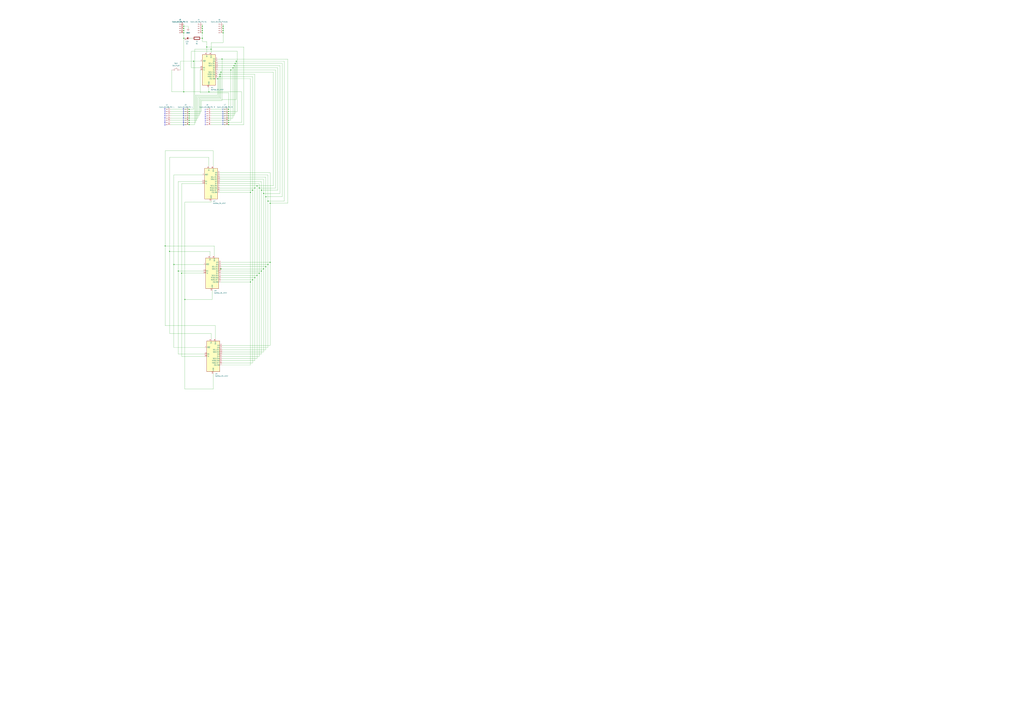
<source format=kicad_sch>
(kicad_sch (version 20231120) (generator "eeschema") (generator_version "8.0")
  (paper "A0")
  (lib_symbols
    (symbol "Connector:Conn_01x05_Pin" (pin_names (offset 1.016) hide)
      (property "Reference" "J" (at 0 7.62 0))
      (property "Value" "Conn_01x05_Pin" (at 0 -7.62 0))
      (symbol "Conn_01x05_Pin_1_1"
        (polyline (pts (xy 1.27 -5.08) (xy 0.8636 -5.08)) (stroke (width 0.1524)))
        (polyline (pts (xy 1.27 -2.54) (xy 0.8636 -2.54)) (stroke (width 0.1524)))
        (polyline (pts (xy 1.27 0) (xy 0.8636 0)) (stroke (width 0.1524)))
        (polyline (pts (xy 1.27 2.54) (xy 0.8636 2.54)) (stroke (width 0.1524)))
        (polyline (pts (xy 1.27 5.08) (xy 0.8636 5.08)) (stroke (width 0.1524)))
        (rectangle (start 0.8636 -4.953) (end 0 -5.207) (stroke (width 0.1524)) (fill (type outline)))
        (rectangle (start 0.8636 -2.413) (end 0 -2.667) (stroke (width 0.1524)) (fill (type outline)))
        (rectangle (start 0.8636 0.127) (end 0 -0.127) (stroke (width 0.1524)) (fill (type outline)))
        (rectangle (start 0.8636 2.667) (end 0 2.413) (stroke (width 0.1524)) (fill (type outline)))
        (rectangle (start 0.8636 5.207) (end 0 4.953) (stroke (width 0.1524)) (fill (type outline)))
        (pin passive line (at 5.08 5.08 180) (length 3.81) (name "Pin_1") (number "1"))
        (pin passive line (at 5.08 2.54 180) (length 3.81) (name "Pin_2") (number "2"))
        (pin passive line (at 5.08 0 180) (length 3.81) (name "Pin_3") (number "3"))
        (pin passive line (at 5.08 -2.54 180) (length 3.81) (name "Pin_4") (number "4"))
        (pin passive line (at 5.08 -5.08 180) (length 3.81) (name "Pin_5") (number "5"))
      )
    )
    (symbol "Connector:Conn_01x08_Pin" (pin_names (offset 1.016) hide)
      (property "Reference" "J" (at 0 10.16 0))
      (property "Value" "Conn_01x08_Pin" (at 0 -12.7 0))
      (symbol "Conn_01x08_Pin_1_1"
        (polyline (pts (xy 1.27 -10.16) (xy 0.8636 -10.16)) (stroke (width 0.1524)))
        (polyline (pts (xy 1.27 -7.62) (xy 0.8636 -7.62)) (stroke (width 0.1524)))
        (polyline (pts (xy 1.27 -5.08) (xy 0.8636 -5.08)) (stroke (width 0.1524)))
        (polyline (pts (xy 1.27 -2.54) (xy 0.8636 -2.54)) (stroke (width 0.1524)))
        (polyline (pts (xy 1.27 0) (xy 0.8636 0)) (stroke (width 0.1524)))
        (polyline (pts (xy 1.27 2.54) (xy 0.8636 2.54)) (stroke (width 0.1524)))
        (polyline (pts (xy 1.27 5.08) (xy 0.8636 5.08)) (stroke (width 0.1524)))
        (polyline (pts (xy 1.27 7.62) (xy 0.8636 7.62)) (stroke (width 0.1524)))
        (rectangle (start 0.8636 -10.033) (end 0 -10.287) (stroke (width 0.1524)) (fill (type outline)))
        (rectangle (start 0.8636 -7.493) (end 0 -7.747) (stroke (width 0.1524)) (fill (type outline)))
        (rectangle (start 0.8636 -4.953) (end 0 -5.207) (stroke (width 0.1524)) (fill (type outline)))
        (rectangle (start 0.8636 -2.413) (end 0 -2.667) (stroke (width 0.1524)) (fill (type outline)))
        (rectangle (start 0.8636 0.127) (end 0 -0.127) (stroke (width 0.1524)) (fill (type outline)))
        (rectangle (start 0.8636 2.667) (end 0 2.413) (stroke (width 0.1524)) (fill (type outline)))
        (rectangle (start 0.8636 5.207) (end 0 4.953) (stroke (width 0.1524)) (fill (type outline)))
        (rectangle (start 0.8636 7.747) (end 0 7.493) (stroke (width 0.1524)) (fill (type outline)))
        (pin passive line (at 5.08 7.62 180) (length 3.81) (name "Pin_1") (number "1"))
        (pin passive line (at 5.08 5.08 180) (length 3.81) (name "Pin_2") (number "2"))
        (pin passive line (at 5.08 2.54 180) (length 3.81) (name "Pin_3") (number "3"))
        (pin passive line (at 5.08 0 180) (length 3.81) (name "Pin_4") (number "4"))
        (pin passive line (at 5.08 -2.54 180) (length 3.81) (name "Pin_5") (number "5"))
        (pin passive line (at 5.08 -5.08 180) (length 3.81) (name "Pin_6") (number "6"))
        (pin passive line (at 5.08 -7.62 180) (length 3.81) (name "Pin_7") (number "7"))
        (pin passive line (at 5.08 -10.16 180) (length 3.81) (name "Pin_8") (number "8"))
      )
    )
    (symbol "MCU_Module:WeMos_D1_mini"
      (property "Reference" "U" (at 3.81 19.05 0))
      (property "Value" "WeMos_D1_mini" (at 1.27 -19.05 0))
      (symbol "WeMos_D1_mini_1_1"
        (rectangle (start -7.62 17.78) (end 7.62 -17.78) (stroke (width 0.254)) (fill (type background)))
        (pin input line (at -10.16 10.16 0) (length 2.54) (name "~{RST}") (number "1"))
        (pin power_in line (at 0 -20.32 90) (length 2.54) (name "GND") (number "10"))
        (pin bidirectional line (at 10.16 0 180) (length 2.54) (name "D4") (number "11"))
        (pin bidirectional line (at 10.16 2.54 180) (length 2.54) (name "D3") (number "12"))
        (pin bidirectional line (at 10.16 5.08 180) (length 2.54) (name "SDA/D2") (number "13"))
        (pin bidirectional line (at 10.16 7.62 180) (length 2.54) (name "SCL/D1") (number "14"))
        (pin input line (at -10.16 2.54 0) (length 2.54) (name "RX") (number "15"))
        (pin output line (at -10.16 0 0) (length 2.54) (name "TX") (number "16"))
        (pin input line (at 10.16 12.7 180) (length 2.54) (name "A0") (number "2"))
        (pin bidirectional line (at 10.16 10.16 180) (length 2.54) (name "D0") (number "3"))
        (pin bidirectional line (at 10.16 -2.54 180) (length 2.54) (name "SCK/D5") (number "4"))
        (pin bidirectional line (at 10.16 -5.08 180) (length 2.54) (name "MISO/D6") (number "5"))
        (pin bidirectional line (at 10.16 -7.62 180) (length 2.54) (name "MOSI/D7") (number "6"))
        (pin bidirectional line (at 10.16 -10.16 180) (length 2.54) (name "CS/D8") (number "7"))
        (pin power_out line (at 2.54 20.32 270) (length 2.54) (name "3V3") (number "8"))
        (pin power_in line (at -2.54 20.32 270) (length 2.54) (name "5V") (number "9"))
      )
    )
    (symbol "PCM_Elektuur:R" (pin_numbers hide) (pin_names (offset 0) hide)
      (property "Reference" "R" (at 2.54 3.175 0))
      (property "Value" "R" (at 0 0 90))
      (symbol "R_1_1"
        (polyline (pts (xy -1.524 -3.429) (xy 1.524 -3.429) (xy 1.524 3.429) (xy -1.524 3.429) (xy -1.524 -3.429) (xy -1.27 -3.175) (xy -1.27 3.175) (xy 1.27 3.175) (xy 1.27 -3.175) (xy -1.27 -3.175) (xy -1.524 -3.429)) (stroke (width 0.254)) (fill (type outline)))
        (pin passive line (at 0 5.08 270) (length 1.651) (name "+") (number "1"))
        (pin passive line (at 0 -5.08 90) (length 1.651) (name "-") (number "2"))
      )
      (symbol "R_1_2"
        (polyline (pts (xy -0.508 -3.429) (xy 1.524 -3.429) (xy 1.524 3.429) (xy -0.508 3.429) (xy -0.508 3.175) (xy 1.27 3.175) (xy 1.27 -3.175) (xy -0.508 -3.175) (xy -0.508 -3.429)) (stroke (width 0.254)) (fill (type outline)))
        (pin passive line (at 0 5.08 270) (length 1.651) (name "+") (number "1"))
        (pin passive line (at 0 -5.08 90) (length 1.651) (name "-") (number "2"))
      )
      (symbol "R_1_3"
        (polyline (pts (xy 0 3.4798) (xy 0 3.2004) (xy 0.7112 2.794) (xy -1.1938 1.6764) (xy 0.7112 0.5588) (xy -1.1938 -0.5588) (xy 0.7112 -1.6764) (xy -1.1938 -2.794) (xy 0 -3.4798) (xy 0 -3.2004) (xy -0.7112 -2.794) (xy 1.1938 -1.6764) (xy -0.7112 -0.5588) (xy 1.1938 0.5588) (xy -0.7112 1.6764) (xy 1.1938 2.794) (xy 0 3.4798)) (stroke (width 0.254)) (fill (type outline)))
        (pin passive line (at 0 5.08 270) (length 1.6002) (name "+") (number "1"))
        (pin passive line (at 0 -5.08 90) (length 1.6002) (name "-") (number "2"))
      )
      (symbol "R_1_4"
        (polyline (pts (xy 0 4.5466) (xy 0 4.2672) (xy 0.0508 4.2418) (xy 1.016 3.683) (xy -1.524 2.2098) (xy 1.016 0.7366) (xy -1.524 -0.7366) (xy 1.016 -2.2098) (xy -1.524 -3.683) (xy -0.0762 -4.5212) (xy 0 -4.5466) (xy 0 -4.2672) (xy -0.0508 -4.2418) (xy -1.016 -3.683) (xy 1.524 -2.2098) (xy -1.016 -0.7366) (xy 1.524 0.7366) (xy -1.016 2.2098) (xy 1.524 3.683) (xy 0.0762 4.5212) (xy 0 4.5466)) (stroke (width 0.254)) (fill (type outline)))
        (pin passive line (at 0 5.08 270) (length 0.5334) (name "+") (number "1"))
        (pin passive line (at 0 -5.08 90) (length 0.5334) (name "-") (number "2"))
      )
    )
    (symbol "PCM_SL_Devices:LED"
      (property "Reference" "D" (at -0.508 5.334 0))
      (property "Value" "LED" (at -0.508 2.794 0))
      (symbol "LED_0_1"
        (polyline (pts (xy -1.27 0) (xy -2.54 0)))
        (polyline (pts (xy 0 1.27) (xy 0 -1.27)))
        (polyline (pts (xy 0.508 0.508) (xy 1.524 1.524)))
        (polyline (pts (xy 1.27 0) (xy 2.54 0)))
        (polyline (pts (xy 1.524 0.508) (xy 2.54 1.524)))
        (polyline (pts (xy 1.524 1.524) (xy 0.889 1.524)))
        (polyline (pts (xy 1.524 1.524) (xy 1.524 0.889)))
        (polyline (pts (xy 2.54 1.524) (xy 1.905 1.524)))
        (polyline (pts (xy 2.54 1.524) (xy 2.54 0.889)))
        (polyline (pts (xy 0 0) (xy -1.27 -1.27) (xy -1.27 1.27) (xy 0 0) (xy 1.27 0)) (fill (type outline)))
      )
      (symbol "LED_1_1"
        (pin passive line (at 3.81 0 180) (length 1.5) (name "~") (number "1"))
        (pin passive line (at -3.81 0 0) (length 1.5) (name "") (number "2"))
      )
    )
    (symbol "Switch:SW_Push" (pin_numbers hide) (pin_names (offset 1.016) hide)
      (property "Reference" "SW" (at 1.27 2.54 0))
      (property "Value" "SW_Push" (at 0 -1.524 0))
      (symbol "SW_Push_0_1"
        (circle (center -2.032 0) (radius 0.508))
        (polyline (pts (xy 0 1.27) (xy 0 3.048)))
        (polyline (pts (xy 2.54 1.27) (xy -2.54 1.27)))
        (circle (center 2.032 0) (radius 0.508))
        (pin passive line (at -5.08 0 0) (length 2.54) (name "1") (number "1"))
        (pin passive line (at 5.08 0 180) (length 2.54) (name "2") (number "2"))
      )
    )
    (symbol "power:GND" (power) (pin_numbers hide) (pin_names (offset 0) hide)
      (property "Value" "GND" (at 0 -3.81 0))
      (symbol "GND_0_1"
        (polyline (pts (xy 0 0) (xy 0 -1.27) (xy 1.27 -1.27) (xy 0 -2.54) (xy -1.27 -1.27) (xy 0 -1.27)))
      )
      (symbol "GND_1_1"
        (pin power_in line (at 0 0 270) (length 0) (name "~") (number "1"))
      )
    )
  )
  (junction (at 255.27 88.9))
  (junction (at 257.81 68.58))
  (junction (at 213.36 30.48))
  (junction (at 303.53 220.98))
  (junction (at 219.71 142.24))
  (junction (at 295.91 322.58))
  (junction (at 311.15 233.68))
  (junction (at 219.71 127))
  (junction (at 265.43 129.54))
  (junction (at 213.36 106.68))
  (junction (at 265.43 132.08))
  (junction (at 300.99 218.44))
  (junction (at 293.37 220.98))
  (junction (at 234.95 33.02))
  (junction (at 196.85 292.1))
  (junction (at 256.54 83.82))
  (junction (at 234.95 30.48))
  (junction (at 259.08 38.1))
  (junction (at 265.43 139.7))
  (junction (at 290.83 223.52))
  (junction (at 313.69 236.22))
  (junction (at 256.54 312.42))
  (junction (at 270.51 78.74))
  (junction (at 255.27 86.36))
  (junction (at 242.57 106.68))
  (junction (at 298.45 215.9))
  (junction (at 213.36 44.45))
  (junction (at 265.43 137.16))
  (junction (at 290.83 327.66))
  (junction (at 274.32 71.12))
  (junction (at 273.05 73.66))
  (junction (at 265.43 127))
  (junction (at 267.97 81.28))
  (junction (at 300.99 317.5))
  (junction (at 313.69 304.8))
  (junction (at 295.91 218.44))
  (junction (at 293.37 325.12))
  (junction (at 210.82 317.5))
  (junction (at 234.95 38.1))
  (junction (at 234.95 35.56))
  (junction (at 298.45 320.04))
  (junction (at 201.93 307.34))
  (junction (at 259.08 35.56))
  (junction (at 219.71 137.16))
  (junction (at 271.78 76.2))
  (junction (at 224.79 71.12))
  (junction (at 213.36 35.56))
  (junction (at 311.15 307.34))
  (junction (at 213.36 38.1))
  (junction (at 191.77 285.75))
  (junction (at 245.11 57.15))
  (junction (at 219.71 139.7))
  (junction (at 306.07 224.79))
  (junction (at 240.03 54.61))
  (junction (at 265.43 134.62))
  (junction (at 214.63 347.98))
  (junction (at 265.43 142.24))
  (junction (at 259.08 30.48))
  (junction (at 219.71 132.08))
  (junction (at 213.36 33.02))
  (junction (at 219.71 134.62))
  (junction (at 308.61 228.6))
  (junction (at 303.53 314.96))
  (junction (at 308.61 309.88))
  (junction (at 234.95 44.45))
  (junction (at 306.07 312.42))
  (junction (at 219.71 129.54))
  (junction (at 219.71 144.78))
  (junction (at 265.43 144.78))
  (junction (at 252.73 91.44))
  (junction (at 259.08 33.02))
  (junction (at 207.01 314.96))
  (wire (pts (xy 252.73 71.12) (xy 274.32 71.12)))
  (wire (pts (xy 219.71 132.08) (xy 232.41 132.08)))
  (wire (pts (xy 308.61 205.74) (xy 308.61 228.6)))
  (wire (pts (xy 273.05 73.66) (xy 327.66 73.66)))
  (wire (pts (xy 254 88.9) (xy 254 111.76)))
  (wire (pts (xy 214.63 347.98) (xy 246.38 347.98)))
  (wire (pts (xy 311.15 203.2) (xy 311.15 233.68)))
  (wire (pts (xy 191.77 285.75) (xy 248.92 285.75)))
  (wire (pts (xy 233.68 129.54) (xy 219.71 129.54)))
  (wire (pts (xy 317.5 215.9) (xy 298.45 215.9)))
  (wire (pts (xy 210.82 317.5) (xy 236.22 317.5)))
  (wire (pts (xy 280.67 106.68) (xy 280.67 142.24)))
  (wire (pts (xy 308.61 228.6) (xy 308.61 309.88)))
  (wire (pts (xy 255.27 88.9) (xy 293.37 88.9)))
  (wire (pts (xy 213.36 35.56) (xy 213.36 38.1)))
  (wire (pts (xy 256.54 317.5) (xy 300.99 317.5)))
  (wire (pts (xy 255.27 200.66) (xy 313.69 200.66)))
  (wire (pts (xy 295.91 322.58) (xy 256.54 322.58)))
  (wire (pts (xy 252.73 78.74) (xy 270.51 78.74)))
  (wire (pts (xy 234.95 38.1) (xy 234.95 44.45)))
  (wire (pts (xy 245.11 137.16) (xy 265.43 137.16)))
  (wire (pts (xy 306.07 208.28) (xy 306.07 224.79)))
  (wire (pts (xy 247.65 452.12) (xy 247.65 434.34)))
  (wire (pts (xy 231.14 114.3) (xy 231.14 134.62)))
  (wire (pts (xy 256.54 314.96) (xy 303.53 314.96)))
  (wire (pts (xy 222.25 78.74) (xy 222.25 59.69)))
  (wire (pts (xy 242.57 193.04) (xy 242.57 182.88)))
  (wire (pts (xy 224.79 71.12) (xy 232.41 71.12)))
  (wire (pts (xy 245.11 142.24) (xy 265.43 142.24)))
  (wire (pts (xy 257.81 401.32) (xy 313.69 401.32)))
  (wire (pts (xy 330.2 71.12) (xy 330.2 233.68)))
  (wire (pts (xy 245.11 134.62) (xy 265.43 134.62)))
  (wire (pts (xy 311.15 403.86) (xy 257.81 403.86)))
  (wire (pts (xy 245.11 393.7) (xy 245.11 387.35)))
  (wire (pts (xy 300.99 213.36) (xy 300.99 218.44)))
  (wire (pts (xy 233.68 44.45) (xy 234.95 44.45)))
  (wire (pts (xy 229.87 113.03) (xy 229.87 137.16)))
  (wire (pts (xy 245.11 57.15) (xy 245.11 49.53)))
  (wire (pts (xy 274.32 115.57) (xy 232.41 115.57)))
  (wire (pts (xy 306.07 224.79) (xy 306.07 312.42)))
  (wire (pts (xy 228.6 111.76) (xy 228.6 139.7)))
  (wire (pts (xy 303.53 210.82) (xy 303.53 220.98)))
  (wire (pts (xy 259.08 33.02) (xy 259.08 35.56)))
  (wire (pts (xy 245.11 139.7) (xy 265.43 139.7)))
  (wire (pts (xy 311.15 307.34) (xy 311.15 403.86)))
  (wire (pts (xy 220.98 44.45) (xy 223.52 44.45)))
  (wire (pts (xy 255.27 113.03) (xy 229.87 113.03)))
  (wire (pts (xy 265.43 134.62) (xy 271.78 134.62)))
  (wire (pts (xy 248.92 285.75) (xy 248.92 297.18)))
  (wire (pts (xy 219.71 144.78) (xy 226.06 144.78)))
  (wire (pts (xy 255.27 213.36) (xy 300.99 213.36)))
  (wire (pts (xy 214.63 452.12) (xy 247.65 452.12)))
  (wire (pts (xy 224.79 127) (xy 224.79 71.12)))
  (wire (pts (xy 255.27 88.9) (xy 255.27 113.03)))
  (wire (pts (xy 298.45 320.04) (xy 298.45 416.56)))
  (wire (pts (xy 306.07 408.94) (xy 257.81 408.94)))
  (wire (pts (xy 290.83 91.44) (xy 290.83 223.52)))
  (wire (pts (xy 325.12 224.79) (xy 306.07 224.79)))
  (wire (pts (xy 295.91 419.1) (xy 257.81 419.1)))
  (wire (pts (xy 198.12 144.78) (xy 219.71 144.78)))
  (wire (pts (xy 317.5 83.82) (xy 317.5 215.9)))
  (wire (pts (xy 219.71 134.62) (xy 231.14 134.62)))
  (wire (pts (xy 255.27 218.44) (xy 295.91 218.44)))
  (wire (pts (xy 240.03 60.96) (xy 240.03 54.61)))
  (wire (pts (xy 273.05 73.66) (xy 273.05 132.08)))
  (wire (pts (xy 257.81 116.84) (xy 233.68 116.84)))
  (wire (pts (xy 255.27 208.28) (xy 306.07 208.28)))
  (wire (pts (xy 210.82 213.36) (xy 210.82 317.5)))
  (wire (pts (xy 245.11 129.54) (xy 265.43 129.54)))
  (wire (pts (xy 245.11 49.53) (xy 259.08 49.53)))
  (wire (pts (xy 234.95 35.56) (xy 234.95 38.1)))
  (wire (pts (xy 252.73 110.49) (xy 227.33 110.49)))
  (wire (pts (xy 267.97 139.7) (xy 265.43 139.7)))
  (wire (pts (xy 313.69 304.8) (xy 256.54 304.8)))
  (wire (pts (xy 257.81 68.58) (xy 257.81 116.84)))
  (wire (pts (xy 298.45 416.56) (xy 257.81 416.56)))
  (wire (pts (xy 265.43 129.54) (xy 275.59 129.54)))
  (wire (pts (xy 207.01 210.82) (xy 207.01 314.96)))
  (wire (pts (xy 201.93 307.34) (xy 201.93 403.86)))
  (wire (pts (xy 196.85 292.1) (xy 196.85 387.35)))
  (wire (pts (xy 265.43 144.78) (xy 283.21 144.78)))
  (wire (pts (xy 265.43 137.16) (xy 270.51 137.16)))
  (wire (pts (xy 256.54 312.42) (xy 306.07 312.42)))
  (wire (pts (xy 298.45 320.04) (xy 256.54 320.04)))
  (wire (pts (xy 222.25 59.69) (xy 275.59 59.69)))
  (wire (pts (xy 322.58 78.74) (xy 322.58 220.98)))
  (wire (pts (xy 191.77 175.26) (xy 191.77 285.75)))
  (wire (pts (xy 300.99 218.44) (xy 300.99 317.5)))
  (wire (pts (xy 265.43 132.08) (xy 273.05 132.08)))
  (wire (pts (xy 196.85 182.88) (xy 196.85 292.1)))
  (wire (pts (xy 256.54 325.12) (xy 293.37 325.12)))
  (wire (pts (xy 234.95 33.02) (xy 234.95 35.56)))
  (wire (pts (xy 214.63 234.95) (xy 214.63 347.98)))
  (wire (pts (xy 255.27 203.2) (xy 311.15 203.2)))
  (wire (pts (xy 308.61 309.88) (xy 308.61 406.4)))
  (wire (pts (xy 198.12 132.08) (xy 219.71 132.08)))
  (wire (pts (xy 252.73 81.28) (xy 267.97 81.28)))
  (wire (pts (xy 213.36 30.48) (xy 213.36 33.02)))
  (wire (pts (xy 210.82 414.02) (xy 237.49 414.02)))
  (wire (pts (xy 293.37 325.12) (xy 293.37 421.64)))
  (wire (pts (xy 234.95 213.36) (xy 210.82 213.36)))
  (wire (pts (xy 255.27 312.42) (xy 256.54 312.42)))
  (wire (pts (xy 252.73 88.9) (xy 254 88.9)))
  (wire (pts (xy 191.77 285.75) (xy 191.77 378.46)))
  (wire (pts (xy 265.43 107.95) (xy 265.43 127)))
  (wire (pts (xy 267.97 81.28) (xy 267.97 139.7)))
  (wire (pts (xy 274.32 71.12) (xy 274.32 115.57)))
  (wire (pts (xy 259.08 38.1) (xy 259.08 49.53)))
  (wire (pts (xy 306.07 312.42) (xy 306.07 408.94)))
  (wire (pts (xy 295.91 322.58) (xy 295.91 419.1)))
  (wire (pts (xy 252.73 91.44) (xy 290.83 91.44)))
  (wire (pts (xy 257.81 424.18) (xy 290.83 424.18)))
  (wire (pts (xy 259.08 35.56) (xy 259.08 38.1)))
  (wire (pts (xy 322.58 220.98) (xy 303.53 220.98)))
  (wire (pts (xy 209.55 81.28) (xy 209.55 71.12)))
  (wire (pts (xy 265.43 142.24) (xy 280.67 142.24)))
  (wire (pts (xy 293.37 220.98) (xy 293.37 325.12)))
  (wire (pts (xy 245.11 234.95) (xy 214.63 234.95)))
  (wire (pts (xy 213.36 38.1) (xy 213.36 44.45)))
  (wire (pts (xy 256.54 83.82) (xy 317.5 83.82)))
  (wire (pts (xy 311.15 233.68) (xy 311.15 307.34)))
  (wire (pts (xy 283.21 54.61) (xy 283.21 144.78)))
  (wire (pts (xy 293.37 421.64) (xy 257.81 421.64)))
  (wire (pts (xy 198.12 134.62) (xy 219.71 134.62)))
  (wire (pts (xy 234.95 203.2) (xy 201.93 203.2)))
  (wire (pts (xy 213.36 44.45) (xy 213.36 106.68)))
  (wire (pts (xy 255.27 205.74) (xy 308.61 205.74)))
  (wire (pts (xy 295.91 86.36) (xy 295.91 218.44)))
  (wire (pts (xy 267.97 81.28) (xy 320.04 81.28)))
  (wire (pts (xy 245.11 233.68) (xy 245.11 234.95)))
  (wire (pts (xy 213.36 30.48) (xy 218.44 30.48)))
  (wire (pts (xy 242.57 106.68) (xy 213.36 106.68)))
  (wire (pts (xy 303.53 314.96) (xy 303.53 411.48)))
  (wire (pts (xy 250.19 378.46) (xy 191.77 378.46)))
  (wire (pts (xy 313.69 236.22) (xy 313.69 304.8)))
  (wire (pts (xy 252.73 91.44) (xy 252.73 110.49)))
  (wire (pts (xy 232.41 107.95) (xy 265.43 107.95)))
  (wire (pts (xy 227.33 110.49) (xy 227.33 142.24)))
  (wire (pts (xy 240.03 54.61) (xy 240.03 48.26)))
  (wire (pts (xy 219.71 127) (xy 224.79 127)))
  (wire (pts (xy 320.04 81.28) (xy 320.04 218.44)))
  (wire (pts (xy 257.81 68.58) (xy 334.01 68.58)))
  (wire (pts (xy 255.27 215.9) (xy 298.45 215.9)))
  (wire (pts (xy 213.36 33.02) (xy 213.36 35.56)))
  (wire (pts (xy 209.55 71.12) (xy 224.79 71.12)))
  (wire (pts (xy 295.91 218.44) (xy 295.91 322.58)))
  (wire (pts (xy 252.73 83.82) (xy 256.54 83.82)))
  (wire (pts (xy 259.08 30.48) (xy 259.08 33.02)))
  (wire (pts (xy 300.99 317.5) (xy 300.99 414.02)))
  (wire (pts (xy 308.61 406.4) (xy 257.81 406.4)))
  (wire (pts (xy 245.11 132.08) (xy 265.43 132.08)))
  (wire (pts (xy 243.84 292.1) (xy 243.84 297.18)))
  (wire (pts (xy 257.81 414.02) (xy 300.99 414.02)))
  (wire (pts (xy 275.59 59.69) (xy 275.59 129.54)))
  (wire (pts (xy 226.06 144.78) (xy 226.06 57.15)))
  (wire (pts (xy 311.15 307.34) (xy 256.54 307.34)))
  (wire (pts (xy 245.11 387.35) (xy 196.85 387.35)))
  (wire (pts (xy 232.41 78.74) (xy 222.25 78.74)))
  (wire (pts (xy 327.66 73.66) (xy 327.66 228.6)))
  (wire (pts (xy 290.83 223.52) (xy 290.83 327.66)))
  (wire (pts (xy 246.38 347.98) (xy 246.38 337.82)))
  (wire (pts (xy 219.71 142.24) (xy 227.33 142.24)))
  (wire (pts (xy 207.01 314.96) (xy 207.01 411.48)))
  (wire (pts (xy 201.93 307.34) (xy 236.22 307.34)))
  (wire (pts (xy 207.01 314.96) (xy 236.22 314.96)))
  (wire (pts (xy 325.12 76.2) (xy 325.12 224.79)))
  (wire (pts (xy 226.06 57.15) (xy 245.11 57.15)))
  (wire (pts (xy 232.41 81.28) (xy 232.41 107.95)))
  (wire (pts (xy 207.01 411.48) (xy 237.49 411.48)))
  (wire (pts (xy 252.73 73.66) (xy 273.05 73.66)))
  (wire (pts (xy 240.03 54.61) (xy 283.21 54.61)))
  (wire (pts (xy 298.45 215.9) (xy 298.45 320.04)))
  (wire (pts (xy 199.39 81.28) (xy 199.39 106.68)))
  (wire (pts (xy 259.08 27.94) (xy 259.08 30.48)))
  (wire (pts (xy 198.12 139.7) (xy 219.71 139.7)))
  (wire (pts (xy 252.73 76.2) (xy 271.78 76.2)))
  (wire (pts (xy 303.53 220.98) (xy 303.53 314.96)))
  (wire (pts (xy 210.82 317.5) (xy 210.82 414.02)))
  (wire (pts (xy 232.41 115.57) (xy 232.41 132.08)))
  (wire (pts (xy 242.57 101.6) (xy 242.57 106.68)))
  (wire (pts (xy 252.73 68.58) (xy 257.81 68.58)))
  (wire (pts (xy 240.03 48.26) (xy 234.95 48.26)))
  (wire (pts (xy 257.81 411.48) (xy 303.53 411.48)))
  (wire (pts (xy 198.12 127) (xy 219.71 127)))
  (wire (pts (xy 290.83 327.66) (xy 256.54 327.66)))
  (wire (pts (xy 214.63 347.98) (xy 214.63 452.12)))
  (wire (pts (xy 242.57 182.88) (xy 196.85 182.88)))
  (wire (pts (xy 219.71 139.7) (xy 228.6 139.7)))
  (wire (pts (xy 245.11 127) (xy 265.43 127)))
  (wire (pts (xy 255.27 86.36) (xy 295.91 86.36)))
  (wire (pts (xy 234.95 48.26) (xy 234.95 44.45)))
  (wire (pts (xy 271.78 76.2) (xy 325.12 76.2)))
  (wire (pts (xy 334.01 68.58) (xy 334.01 236.22)))
  (wire (pts (xy 313.69 304.8) (xy 313.69 401.32)))
  (wire (pts (xy 237.49 403.86) (xy 201.93 403.86)))
  (wire (pts (xy 271.78 76.2) (xy 271.78 134.62)))
  (wire (pts (xy 255.27 223.52) (xy 290.83 223.52)))
  (wire (pts (xy 320.04 218.44) (xy 300.99 218.44)))
  (wire (pts (xy 255.27 86.36) (xy 255.27 88.9)))
  (wire (pts (xy 256.54 114.3) (xy 231.14 114.3)))
  (wire (pts (xy 256.54 83.82) (xy 256.54 114.3)))
  (wire (pts (xy 270.51 78.74) (xy 270.51 137.16)))
  (wire (pts (xy 196.85 292.1) (xy 243.84 292.1)))
  (wire (pts (xy 198.12 142.24) (xy 219.71 142.24)))
  (wire (pts (xy 293.37 88.9) (xy 293.37 220.98)))
  (wire (pts (xy 250.19 393.7) (xy 250.19 378.46)))
  (wire (pts (xy 234.95 27.94) (xy 234.95 30.48)))
  (wire (pts (xy 334.01 236.22) (xy 313.69 236.22)))
  (wire (pts (xy 330.2 233.68) (xy 311.15 233.68)))
  (wire (pts (xy 218.44 33.02) (xy 218.44 30.48)))
  (wire (pts (xy 201.93 203.2) (xy 201.93 307.34)))
  (wire (pts (xy 233.68 116.84) (xy 233.68 129.54)))
  (wire (pts (xy 199.39 106.68) (xy 213.36 106.68)))
  (wire (pts (xy 242.57 106.68) (xy 280.67 106.68)))
  (wire (pts (xy 234.95 210.82) (xy 207.01 210.82)))
  (wire (pts (xy 213.36 27.94) (xy 213.36 30.48)))
  (wire (pts (xy 245.11 60.96) (xy 245.11 57.15)))
  (wire (pts (xy 198.12 137.16) (xy 219.71 137.16)))
  (wire (pts (xy 308.61 309.88) (xy 256.54 309.88)))
  (wire (pts (xy 247.65 193.04) (xy 247.65 175.26)))
  (wire (pts (xy 198.12 129.54) (xy 219.71 129.54)))
  (wire (pts (xy 247.65 175.26) (xy 191.77 175.26)))
  (wire (pts (xy 252.73 86.36) (xy 255.27 86.36)))
  (wire (pts (xy 327.66 228.6) (xy 308.61 228.6)))
  (wire (pts (xy 254 111.76) (xy 228.6 111.76)))
  (wire (pts (xy 313.69 200.66) (xy 313.69 236.22)))
  (wire (pts (xy 219.71 137.16) (xy 229.87 137.16)))
  (wire (pts (xy 270.51 78.74) (xy 322.58 78.74)))
  (wire (pts (xy 293.37 220.98) (xy 255.27 220.98)))
  (wire (pts (xy 234.95 30.48) (xy 234.95 33.02)))
  (wire (pts (xy 255.27 210.82) (xy 303.53 210.82)))
  (wire (pts (xy 274.32 71.12) (xy 330.2 71.12)))
  (wire (pts (xy 290.83 327.66) (xy 290.83 424.18)))
  (wire (pts (xy 245.11 144.78) (xy 265.43 144.78)))
  (text "5V G D4 D3 D2 D1 RX TX" (at 258.826 135.89 90) (effects (font (size 0.9652 0.9652))))
  (text "3.3 D8 D7 D6 D5 D0 A0 RS" (at 191.516 136.144 90) (effects (font (size 0.9652 0.9652))))
  (text "3.3 D8 D7 D6 D5 D0 A0 RS" (at 213.106 136.144 90) (effects (font (size 0.9652 0.9652))))
  (text "5V G D4 D3 D2 D1 RX TX" (at 238.506 136.144 90) (effects (font (size 0.9652 0.9652))))
  (symbol (lib_id "MCU_Module:WeMos_D1_mini") (at 247.65 414.02 0) (unit 1)
    (property "Reference" "U4" (at 249.8441 434.34 0) (effects (justify left)))
    (property "Value" "WeMos_D1_mini" (at 249.8441 436.88 0) (effects (justify left)))
    (property "Footprint" "Module:WEMOS_D1_mini_light" (effects (hide yes)))
    (property "Datasheet" "https://wiki.wemos.cc/products:d1:d1_mini#documentation" (effects (hide yes)))
    (property "Description" "32-bit microcontroller module with WiFi" (effects (hide yes)))
  )
  (symbol (lib_id "MCU_Module:WeMos_D1_mini") (at 246.38 317.5 0) (unit 1)
    (property "Reference" "U3" (at 248.5741 337.82 0) (effects (justify left)))
    (property "Value" "WeMos_D1_mini" (at 248.5741 340.36 0) (effects (justify left)))
    (property "Footprint" "Module:WEMOS_D1_mini_light" (effects (hide yes)))
    (property "Datasheet" "https://wiki.wemos.cc/products:d1:d1_mini#documentation" (effects (hide yes)))
    (property "Description" "32-bit microcontroller module with WiFi" (effects (hide yes)))
  )
  (symbol (lib_id "PCM_Elektuur:R") (at 228.6 44.45 270) (unit 1)
    (property "Reference" "R1" (at 228.6 50.8 90))
    (property "Value" "R" (at 228.6 48.26 90))
    (property "Footprint" "Resistor_THT:R_Axial_DIN0207_L6.3mm_D2.5mm_P7.62mm_Horizontal" (effects (hide yes)))
    (property "Description" "resistor" (effects (hide yes)))
    (property "Indicator" "+" (effects (hide yes)))
    (property "Rating" "W" (effects (hide yes)))
  )
  (symbol (lib_id "Connector:Conn_01x08_Pin") (at 240.03 134.62 0) (unit 1)
    (property "Reference" "J5" (at 240.665 121.92 0))
    (property "Value" "Conn_01x08_Pin R" (at 240.665 124.46 0))
    (property "Footprint" "TerminalBlock_RND:TerminalBlock_RND_205-00018_1x08_P5.00mm_Horizontal" (effects (hide yes)))
    (property "Description" "Generic connector, single row, 01x08, script generated" (effects (hide yes)))
  )
  (symbol (lib_id "Connector:Conn_01x08_Pin") (at 260.35 134.62 0) (unit 1)
    (property "Reference" "J7" (at 260.985 121.92 0))
    (property "Value" "Conn_01x08_Pin R" (at 260.985 124.46 0))
    (property "Footprint" "Connector_PinHeader_2.54mm:PinHeader_1x08_P2.54mm_Vertical" (effects (hide yes)))
    (property "Description" "Generic connector, single row, 01x08, script generated" (effects (hide yes)))
  )
  (symbol (lib_id "Connector:Conn_01x05_Pin") (at 254 33.02 0) (unit 1)
    (property "Reference" "J6" (at 254.635 22.86 0))
    (property "Value" "Conn_01x05_Pin3.3v" (at 254.635 25.4 0))
    (property "Footprint" "Connector_PinHeader_2.54mm:PinHeader_1x05_P2.54mm_Vertical" (effects (hide yes)))
    (property "Description" "Generic connector, single row, 01x05, script generated" (effects (hide yes)))
  )
  (symbol (lib_id "Connector:Conn_01x05_Pin") (at 208.28 33.02 0) (unit 1)
    (property "Reference" "J2" (at 208.915 22.86 0))
    (property "Value" "Conn_01x05_Pin G" (at 208.915 25.4 0))
    (property "Footprint" "Connector_PinHeader_2.54mm:PinHeader_1x05_P2.54mm_Vertical" (effects (hide yes)))
    (property "Description" "Generic connector, single row, 01x05, script generated" (effects (hide yes)))
  )
  (symbol (lib_id "MCU_Module:WeMos_D1_mini") (at 245.11 213.36 0) (unit 1)
    (property "Reference" "U2" (at 247.3041 233.68 0) (effects (justify left)))
    (property "Value" "WeMos_D1_mini" (at 247.3041 236.22 0) (effects (justify left)))
    (property "Footprint" "Module:WEMOS_D1_mini_light" (effects (hide yes)))
    (property "Datasheet" "https://wiki.wemos.cc/products:d1:d1_mini#documentation" (effects (hide yes)))
    (property "Description" "32-bit microcontroller module with WiFi" (effects (hide yes)))
  )
  (symbol (lib_id "PCM_SL_Devices:LED") (at 217.17 44.45 180) (unit 1)
    (property "Reference" "D1" (at 217.17 50.8 0))
    (property "Value" "LED" (at 217.17 48.26 0))
    (property "Footprint" "LED_THT:LED_D5.0mm" (effects (hide yes)))
    (property "Description" "Common 5mm diameter LED" (effects (hide yes)))
  )
  (symbol (lib_id "MCU_Module:WeMos_D1_mini") (at 242.57 81.28 0) (unit 1)
    (property "Reference" "U1" (at 244.7641 101.6 0) (effects (justify left)))
    (property "Value" "WeMos_D1_mini" (at 244.7641 104.14 0) (effects (justify left)))
    (property "Footprint" "Module:WEMOS_D1_mini_light" (effects (hide yes)))
    (property "Datasheet" "https://wiki.wemos.cc/products:d1:d1_mini#documentation" (effects (hide yes)))
    (property "Description" "32-bit microcontroller module with WiFi" (effects (hide yes)))
  )
  (symbol (lib_id "power:GND") (at 218.44 33.02 0) (unit 1)
    (property "Reference" "#PWR01" (effects (hide yes)))
    (property "Value" "GND" (at 218.44 38.1 0))
    (property "Description" "Power symbol creates a global label with name \"GND\" , ground" (effects (hide yes)))
  )
  (symbol (lib_id "Connector:Conn_01x05_Pin") (at 229.87 33.02 0) (unit 1)
    (property "Reference" "J4" (at 230.505 22.86 0))
    (property "Value" "Conn_01x05_Pin 5v" (at 230.505 25.4 0))
    (property "Footprint" "Connector_PinHeader_2.54mm:PinHeader_1x05_P2.54mm_Vertical" (effects (hide yes)))
    (property "Description" "Generic connector, single row, 01x05, script generated" (effects (hide yes)))
  )
  (symbol (lib_id "Connector:Conn_01x08_Pin") (at 193.04 134.62 0) (unit 1)
    (property "Reference" "J1" (at 193.675 121.92 0))
    (property "Value" "Conn_01x08_Pin L" (at 193.675 124.46 0))
    (property "Footprint" "Connector_PinHeader_2.54mm:PinHeader_1x08_P2.54mm_Vertical" (effects (hide yes)))
    (property "Description" "Generic connector, single row, 01x08, script generated" (effects (hide yes)))
  )
  (symbol (lib_id "Connector:Conn_01x08_Pin") (at 214.63 134.62 0) (unit 1)
    (property "Reference" "J3" (at 215.265 121.92 0))
    (property "Value" "Conn_01x08_Pin L" (at 215.265 124.46 0))
    (property "Footprint" "TerminalBlock_RND:TerminalBlock_RND_205-00018_1x08_P5.00mm_Horizontal" (effects (hide yes)))
    (property "Description" "Generic connector, single row, 01x08, script generated" (effects (hide yes)))
  )
  (symbol (lib_id "Switch:SW_Push") (at 204.47 81.28 0) (unit 1)
    (property "Reference" "SW1" (at 204.47 73.66 0))
    (property "Value" "SW_Push" (at 204.47 76.2 0))
    (property "Footprint" "Button_Switch_THT:SW_PUSH_6mm_H5mm" (effects (hide yes)))
    (property "Description" "Push button switch, generic, two pins" (effects (hide yes)))
  )
)
</source>
